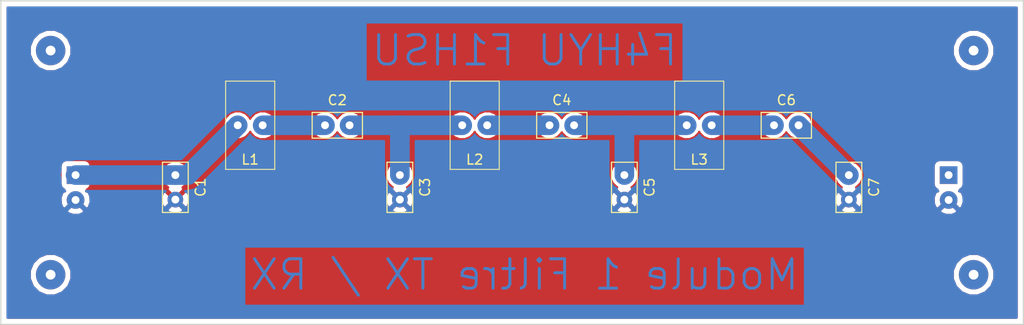
<source format=kicad_pcb>
(kicad_pcb (version 4) (host pcbnew 4.0.7)

  (general
    (links 16)
    (no_connects 1)
    (area 55.804999 48.184999 160.095001 81.355001)
    (thickness 1.6)
    (drawings 6)
    (tracks 14)
    (zones 0)
    (modules 16)
    (nets 9)
  )

  (page A4)
  (layers
    (0 F.Cu signal)
    (31 B.Cu signal)
    (32 B.Adhes user)
    (33 F.Adhes user)
    (34 B.Paste user)
    (35 F.Paste user)
    (36 B.SilkS user)
    (37 F.SilkS user)
    (38 B.Mask user)
    (39 F.Mask user)
    (40 Dwgs.User user)
    (41 Cmts.User user)
    (42 Eco1.User user)
    (43 Eco2.User user)
    (44 Edge.Cuts user)
    (45 Margin user)
    (46 B.CrtYd user)
    (47 F.CrtYd user)
    (48 B.Fab user)
    (49 F.Fab user)
  )

  (setup
    (last_trace_width 0.25)
    (user_trace_width 2)
    (trace_clearance 0.2)
    (zone_clearance 0.508)
    (zone_45_only no)
    (trace_min 0.2)
    (segment_width 0.2)
    (edge_width 0.15)
    (via_size 0.6)
    (via_drill 0.4)
    (via_min_size 0.4)
    (via_min_drill 0.3)
    (user_via 2.5 1)
    (uvia_size 0.3)
    (uvia_drill 0.1)
    (uvias_allowed no)
    (uvia_min_size 0.2)
    (uvia_min_drill 0.1)
    (pcb_text_width 0.3)
    (pcb_text_size 1.5 1.5)
    (mod_edge_width 0.15)
    (mod_text_size 1 1)
    (mod_text_width 0.15)
    (pad_size 1.524 1.524)
    (pad_drill 0.762)
    (pad_to_mask_clearance 0.2)
    (aux_axis_origin 0 0)
    (visible_elements 7FFFFFFF)
    (pcbplotparams
      (layerselection 0x01000_80000001)
      (usegerberextensions false)
      (excludeedgelayer true)
      (linewidth 0.100000)
      (plotframeref false)
      (viasonmask false)
      (mode 1)
      (useauxorigin false)
      (hpglpennumber 1)
      (hpglpenspeed 20)
      (hpglpendiameter 15)
      (hpglpenoverlay 2)
      (psnegative false)
      (psa4output false)
      (plotreference true)
      (plotvalue true)
      (plotinvisibletext false)
      (padsonsilk false)
      (subtractmaskfromsilk false)
      (outputformat 1)
      (mirror false)
      (drillshape 0)
      (scaleselection 1)
      (outputdirectory C:/Users/PORTABLE/Documents/GitProjets/Fablab19-Alex-BITX40-Projet/Kicad/Circuits-Imprimés/Module_1-Filtre_TX-RX-BITX40/Gerber/))
  )

  (net 0 "")
  (net 1 "Net-(C1-Pad1)")
  (net 2 GND)
  (net 3 "Net-(C2-Pad1)")
  (net 4 "Net-(C2-Pad2)")
  (net 5 "Net-(C4-Pad1)")
  (net 6 "Net-(C4-Pad2)")
  (net 7 "Net-(C6-Pad1)")
  (net 8 "Net-(C6-Pad2)")

  (net_class Default "Ceci est la Netclass par défaut"
    (clearance 0.2)
    (trace_width 0.25)
    (via_dia 0.6)
    (via_drill 0.4)
    (uvia_dia 0.3)
    (uvia_drill 0.1)
    (add_net GND)
    (add_net "Net-(C1-Pad1)")
    (add_net "Net-(C2-Pad1)")
    (add_net "Net-(C2-Pad2)")
    (add_net "Net-(C4-Pad1)")
    (add_net "Net-(C4-Pad2)")
    (add_net "Net-(C6-Pad1)")
    (add_net "Net-(C6-Pad2)")
  )

  (module Capacitors_THT:C_Disc_D5.0mm_W2.5mm_P2.50mm (layer F.Cu) (tedit 597BC7C2) (tstamp 5A800FE3)
    (at 73.66 66.04 270)
    (descr "C, Disc series, Radial, pin pitch=2.50mm, , diameter*width=5*2.5mm^2, Capacitor, http://cdn-reichelt.de/documents/datenblatt/B300/DS_KERKO_TC.pdf")
    (tags "C Disc series Radial pin pitch 2.50mm  diameter 5mm width 2.5mm Capacitor")
    (path /5A80051F)
    (fp_text reference C1 (at 1.25 -2.56 270) (layer F.SilkS)
      (effects (font (size 1 1) (thickness 0.15)))
    )
    (fp_text value 470pF (at 1.25 2.56 270) (layer F.Fab)
      (effects (font (size 1 1) (thickness 0.15)))
    )
    (fp_line (start -1.25 -1.25) (end -1.25 1.25) (layer F.Fab) (width 0.1))
    (fp_line (start -1.25 1.25) (end 3.75 1.25) (layer F.Fab) (width 0.1))
    (fp_line (start 3.75 1.25) (end 3.75 -1.25) (layer F.Fab) (width 0.1))
    (fp_line (start 3.75 -1.25) (end -1.25 -1.25) (layer F.Fab) (width 0.1))
    (fp_line (start -1.31 -1.31) (end 3.81 -1.31) (layer F.SilkS) (width 0.12))
    (fp_line (start -1.31 1.31) (end 3.81 1.31) (layer F.SilkS) (width 0.12))
    (fp_line (start -1.31 -1.31) (end -1.31 1.31) (layer F.SilkS) (width 0.12))
    (fp_line (start 3.81 -1.31) (end 3.81 1.31) (layer F.SilkS) (width 0.12))
    (fp_line (start -1.6 -1.6) (end -1.6 1.6) (layer F.CrtYd) (width 0.05))
    (fp_line (start -1.6 1.6) (end 4.1 1.6) (layer F.CrtYd) (width 0.05))
    (fp_line (start 4.1 1.6) (end 4.1 -1.6) (layer F.CrtYd) (width 0.05))
    (fp_line (start 4.1 -1.6) (end -1.6 -1.6) (layer F.CrtYd) (width 0.05))
    (fp_text user %R (at 1.25 0 270) (layer F.Fab)
      (effects (font (size 1 1) (thickness 0.15)))
    )
    (pad 1 thru_hole circle (at 0 0 270) (size 1.6 1.6) (drill 0.8) (layers *.Cu *.Mask)
      (net 1 "Net-(C1-Pad1)"))
    (pad 2 thru_hole circle (at 2.5 0 270) (size 1.6 1.6) (drill 0.8) (layers *.Cu *.Mask)
      (net 2 GND))
    (model ${KISYS3DMOD}/Capacitors_THT.3dshapes/C_Disc_D5.0mm_W2.5mm_P2.50mm.wrl
      (at (xyz 0 0 0))
      (scale (xyz 1 1 1))
      (rotate (xyz 0 0 0))
    )
  )

  (module Capacitors_THT:C_Disc_D5.0mm_W2.5mm_P2.50mm (layer F.Cu) (tedit 597BC7C2) (tstamp 5A800FE9)
    (at 88.9 60.96)
    (descr "C, Disc series, Radial, pin pitch=2.50mm, , diameter*width=5*2.5mm^2, Capacitor, http://cdn-reichelt.de/documents/datenblatt/B300/DS_KERKO_TC.pdf")
    (tags "C Disc series Radial pin pitch 2.50mm  diameter 5mm width 2.5mm Capacitor")
    (path /5A800685)
    (fp_text reference C2 (at 1.25 -2.56) (layer F.SilkS)
      (effects (font (size 1 1) (thickness 0.15)))
    )
    (fp_text value 100pF (at 1.25 2.56) (layer F.Fab)
      (effects (font (size 1 1) (thickness 0.15)))
    )
    (fp_line (start -1.25 -1.25) (end -1.25 1.25) (layer F.Fab) (width 0.1))
    (fp_line (start -1.25 1.25) (end 3.75 1.25) (layer F.Fab) (width 0.1))
    (fp_line (start 3.75 1.25) (end 3.75 -1.25) (layer F.Fab) (width 0.1))
    (fp_line (start 3.75 -1.25) (end -1.25 -1.25) (layer F.Fab) (width 0.1))
    (fp_line (start -1.31 -1.31) (end 3.81 -1.31) (layer F.SilkS) (width 0.12))
    (fp_line (start -1.31 1.31) (end 3.81 1.31) (layer F.SilkS) (width 0.12))
    (fp_line (start -1.31 -1.31) (end -1.31 1.31) (layer F.SilkS) (width 0.12))
    (fp_line (start 3.81 -1.31) (end 3.81 1.31) (layer F.SilkS) (width 0.12))
    (fp_line (start -1.6 -1.6) (end -1.6 1.6) (layer F.CrtYd) (width 0.05))
    (fp_line (start -1.6 1.6) (end 4.1 1.6) (layer F.CrtYd) (width 0.05))
    (fp_line (start 4.1 1.6) (end 4.1 -1.6) (layer F.CrtYd) (width 0.05))
    (fp_line (start 4.1 -1.6) (end -1.6 -1.6) (layer F.CrtYd) (width 0.05))
    (fp_text user %R (at 1.25 0) (layer F.Fab)
      (effects (font (size 1 1) (thickness 0.15)))
    )
    (pad 1 thru_hole circle (at 0 0) (size 1.6 1.6) (drill 0.8) (layers *.Cu *.Mask)
      (net 3 "Net-(C2-Pad1)"))
    (pad 2 thru_hole circle (at 2.5 0) (size 1.6 1.6) (drill 0.8) (layers *.Cu *.Mask)
      (net 4 "Net-(C2-Pad2)"))
    (model ${KISYS3DMOD}/Capacitors_THT.3dshapes/C_Disc_D5.0mm_W2.5mm_P2.50mm.wrl
      (at (xyz 0 0 0))
      (scale (xyz 1 1 1))
      (rotate (xyz 0 0 0))
    )
  )

  (module Capacitors_THT:C_Disc_D5.0mm_W2.5mm_P2.50mm (layer F.Cu) (tedit 597BC7C2) (tstamp 5A800FEF)
    (at 96.52 66.04 270)
    (descr "C, Disc series, Radial, pin pitch=2.50mm, , diameter*width=5*2.5mm^2, Capacitor, http://cdn-reichelt.de/documents/datenblatt/B300/DS_KERKO_TC.pdf")
    (tags "C Disc series Radial pin pitch 2.50mm  diameter 5mm width 2.5mm Capacitor")
    (path /5A8009C1)
    (fp_text reference C3 (at 1.25 -2.56 270) (layer F.SilkS)
      (effects (font (size 1 1) (thickness 0.15)))
    )
    (fp_text value 1nF (at 1.25 2.56 270) (layer F.Fab)
      (effects (font (size 1 1) (thickness 0.15)))
    )
    (fp_line (start -1.25 -1.25) (end -1.25 1.25) (layer F.Fab) (width 0.1))
    (fp_line (start -1.25 1.25) (end 3.75 1.25) (layer F.Fab) (width 0.1))
    (fp_line (start 3.75 1.25) (end 3.75 -1.25) (layer F.Fab) (width 0.1))
    (fp_line (start 3.75 -1.25) (end -1.25 -1.25) (layer F.Fab) (width 0.1))
    (fp_line (start -1.31 -1.31) (end 3.81 -1.31) (layer F.SilkS) (width 0.12))
    (fp_line (start -1.31 1.31) (end 3.81 1.31) (layer F.SilkS) (width 0.12))
    (fp_line (start -1.31 -1.31) (end -1.31 1.31) (layer F.SilkS) (width 0.12))
    (fp_line (start 3.81 -1.31) (end 3.81 1.31) (layer F.SilkS) (width 0.12))
    (fp_line (start -1.6 -1.6) (end -1.6 1.6) (layer F.CrtYd) (width 0.05))
    (fp_line (start -1.6 1.6) (end 4.1 1.6) (layer F.CrtYd) (width 0.05))
    (fp_line (start 4.1 1.6) (end 4.1 -1.6) (layer F.CrtYd) (width 0.05))
    (fp_line (start 4.1 -1.6) (end -1.6 -1.6) (layer F.CrtYd) (width 0.05))
    (fp_text user %R (at 1.25 0 270) (layer F.Fab)
      (effects (font (size 1 1) (thickness 0.15)))
    )
    (pad 1 thru_hole circle (at 0 0 270) (size 1.6 1.6) (drill 0.8) (layers *.Cu *.Mask)
      (net 4 "Net-(C2-Pad2)"))
    (pad 2 thru_hole circle (at 2.5 0 270) (size 1.6 1.6) (drill 0.8) (layers *.Cu *.Mask)
      (net 2 GND))
    (model ${KISYS3DMOD}/Capacitors_THT.3dshapes/C_Disc_D5.0mm_W2.5mm_P2.50mm.wrl
      (at (xyz 0 0 0))
      (scale (xyz 1 1 1))
      (rotate (xyz 0 0 0))
    )
  )

  (module Capacitors_THT:C_Disc_D5.0mm_W2.5mm_P2.50mm (layer F.Cu) (tedit 597BC7C2) (tstamp 5A800FF5)
    (at 111.76 60.96)
    (descr "C, Disc series, Radial, pin pitch=2.50mm, , diameter*width=5*2.5mm^2, Capacitor, http://cdn-reichelt.de/documents/datenblatt/B300/DS_KERKO_TC.pdf")
    (tags "C Disc series Radial pin pitch 2.50mm  diameter 5mm width 2.5mm Capacitor")
    (path /5A800838)
    (fp_text reference C4 (at 1.25 -2.56) (layer F.SilkS)
      (effects (font (size 1 1) (thickness 0.15)))
    )
    (fp_text value 100pF (at 1.25 2.56) (layer F.Fab)
      (effects (font (size 1 1) (thickness 0.15)))
    )
    (fp_line (start -1.25 -1.25) (end -1.25 1.25) (layer F.Fab) (width 0.1))
    (fp_line (start -1.25 1.25) (end 3.75 1.25) (layer F.Fab) (width 0.1))
    (fp_line (start 3.75 1.25) (end 3.75 -1.25) (layer F.Fab) (width 0.1))
    (fp_line (start 3.75 -1.25) (end -1.25 -1.25) (layer F.Fab) (width 0.1))
    (fp_line (start -1.31 -1.31) (end 3.81 -1.31) (layer F.SilkS) (width 0.12))
    (fp_line (start -1.31 1.31) (end 3.81 1.31) (layer F.SilkS) (width 0.12))
    (fp_line (start -1.31 -1.31) (end -1.31 1.31) (layer F.SilkS) (width 0.12))
    (fp_line (start 3.81 -1.31) (end 3.81 1.31) (layer F.SilkS) (width 0.12))
    (fp_line (start -1.6 -1.6) (end -1.6 1.6) (layer F.CrtYd) (width 0.05))
    (fp_line (start -1.6 1.6) (end 4.1 1.6) (layer F.CrtYd) (width 0.05))
    (fp_line (start 4.1 1.6) (end 4.1 -1.6) (layer F.CrtYd) (width 0.05))
    (fp_line (start 4.1 -1.6) (end -1.6 -1.6) (layer F.CrtYd) (width 0.05))
    (fp_text user %R (at 1.25 0) (layer F.Fab)
      (effects (font (size 1 1) (thickness 0.15)))
    )
    (pad 1 thru_hole circle (at 0 0) (size 1.6 1.6) (drill 0.8) (layers *.Cu *.Mask)
      (net 5 "Net-(C4-Pad1)"))
    (pad 2 thru_hole circle (at 2.5 0) (size 1.6 1.6) (drill 0.8) (layers *.Cu *.Mask)
      (net 6 "Net-(C4-Pad2)"))
    (model ${KISYS3DMOD}/Capacitors_THT.3dshapes/C_Disc_D5.0mm_W2.5mm_P2.50mm.wrl
      (at (xyz 0 0 0))
      (scale (xyz 1 1 1))
      (rotate (xyz 0 0 0))
    )
  )

  (module Capacitors_THT:C_Disc_D5.0mm_W2.5mm_P2.50mm (layer F.Cu) (tedit 597BC7C2) (tstamp 5A800FFB)
    (at 119.38 66.04 270)
    (descr "C, Disc series, Radial, pin pitch=2.50mm, , diameter*width=5*2.5mm^2, Capacitor, http://cdn-reichelt.de/documents/datenblatt/B300/DS_KERKO_TC.pdf")
    (tags "C Disc series Radial pin pitch 2.50mm  diameter 5mm width 2.5mm Capacitor")
    (path /5A800A20)
    (fp_text reference C5 (at 1.25 -2.56 270) (layer F.SilkS)
      (effects (font (size 1 1) (thickness 0.15)))
    )
    (fp_text value 1nF (at 1.25 2.56 270) (layer F.Fab)
      (effects (font (size 1 1) (thickness 0.15)))
    )
    (fp_line (start -1.25 -1.25) (end -1.25 1.25) (layer F.Fab) (width 0.1))
    (fp_line (start -1.25 1.25) (end 3.75 1.25) (layer F.Fab) (width 0.1))
    (fp_line (start 3.75 1.25) (end 3.75 -1.25) (layer F.Fab) (width 0.1))
    (fp_line (start 3.75 -1.25) (end -1.25 -1.25) (layer F.Fab) (width 0.1))
    (fp_line (start -1.31 -1.31) (end 3.81 -1.31) (layer F.SilkS) (width 0.12))
    (fp_line (start -1.31 1.31) (end 3.81 1.31) (layer F.SilkS) (width 0.12))
    (fp_line (start -1.31 -1.31) (end -1.31 1.31) (layer F.SilkS) (width 0.12))
    (fp_line (start 3.81 -1.31) (end 3.81 1.31) (layer F.SilkS) (width 0.12))
    (fp_line (start -1.6 -1.6) (end -1.6 1.6) (layer F.CrtYd) (width 0.05))
    (fp_line (start -1.6 1.6) (end 4.1 1.6) (layer F.CrtYd) (width 0.05))
    (fp_line (start 4.1 1.6) (end 4.1 -1.6) (layer F.CrtYd) (width 0.05))
    (fp_line (start 4.1 -1.6) (end -1.6 -1.6) (layer F.CrtYd) (width 0.05))
    (fp_text user %R (at 1.25 0 270) (layer F.Fab)
      (effects (font (size 1 1) (thickness 0.15)))
    )
    (pad 1 thru_hole circle (at 0 0 270) (size 1.6 1.6) (drill 0.8) (layers *.Cu *.Mask)
      (net 6 "Net-(C4-Pad2)"))
    (pad 2 thru_hole circle (at 2.5 0 270) (size 1.6 1.6) (drill 0.8) (layers *.Cu *.Mask)
      (net 2 GND))
    (model ${KISYS3DMOD}/Capacitors_THT.3dshapes/C_Disc_D5.0mm_W2.5mm_P2.50mm.wrl
      (at (xyz 0 0 0))
      (scale (xyz 1 1 1))
      (rotate (xyz 0 0 0))
    )
  )

  (module Capacitors_THT:C_Disc_D5.0mm_W2.5mm_P2.50mm (layer F.Cu) (tedit 597BC7C2) (tstamp 5A801001)
    (at 134.62 60.96)
    (descr "C, Disc series, Radial, pin pitch=2.50mm, , diameter*width=5*2.5mm^2, Capacitor, http://cdn-reichelt.de/documents/datenblatt/B300/DS_KERKO_TC.pdf")
    (tags "C Disc series Radial pin pitch 2.50mm  diameter 5mm width 2.5mm Capacitor")
    (path /5A80094D)
    (fp_text reference C6 (at 1.25 -2.56) (layer F.SilkS)
      (effects (font (size 1 1) (thickness 0.15)))
    )
    (fp_text value 100pF (at 1.25 2.56) (layer F.Fab)
      (effects (font (size 1 1) (thickness 0.15)))
    )
    (fp_line (start -1.25 -1.25) (end -1.25 1.25) (layer F.Fab) (width 0.1))
    (fp_line (start -1.25 1.25) (end 3.75 1.25) (layer F.Fab) (width 0.1))
    (fp_line (start 3.75 1.25) (end 3.75 -1.25) (layer F.Fab) (width 0.1))
    (fp_line (start 3.75 -1.25) (end -1.25 -1.25) (layer F.Fab) (width 0.1))
    (fp_line (start -1.31 -1.31) (end 3.81 -1.31) (layer F.SilkS) (width 0.12))
    (fp_line (start -1.31 1.31) (end 3.81 1.31) (layer F.SilkS) (width 0.12))
    (fp_line (start -1.31 -1.31) (end -1.31 1.31) (layer F.SilkS) (width 0.12))
    (fp_line (start 3.81 -1.31) (end 3.81 1.31) (layer F.SilkS) (width 0.12))
    (fp_line (start -1.6 -1.6) (end -1.6 1.6) (layer F.CrtYd) (width 0.05))
    (fp_line (start -1.6 1.6) (end 4.1 1.6) (layer F.CrtYd) (width 0.05))
    (fp_line (start 4.1 1.6) (end 4.1 -1.6) (layer F.CrtYd) (width 0.05))
    (fp_line (start 4.1 -1.6) (end -1.6 -1.6) (layer F.CrtYd) (width 0.05))
    (fp_text user %R (at 1.25 0) (layer F.Fab)
      (effects (font (size 1 1) (thickness 0.15)))
    )
    (pad 1 thru_hole circle (at 0 0) (size 1.6 1.6) (drill 0.8) (layers *.Cu *.Mask)
      (net 7 "Net-(C6-Pad1)"))
    (pad 2 thru_hole circle (at 2.5 0) (size 1.6 1.6) (drill 0.8) (layers *.Cu *.Mask)
      (net 8 "Net-(C6-Pad2)"))
    (model ${KISYS3DMOD}/Capacitors_THT.3dshapes/C_Disc_D5.0mm_W2.5mm_P2.50mm.wrl
      (at (xyz 0 0 0))
      (scale (xyz 1 1 1))
      (rotate (xyz 0 0 0))
    )
  )

  (module Capacitors_THT:C_Disc_D5.0mm_W2.5mm_P2.50mm (layer F.Cu) (tedit 597BC7C2) (tstamp 5A801007)
    (at 142.24 66.04 270)
    (descr "C, Disc series, Radial, pin pitch=2.50mm, , diameter*width=5*2.5mm^2, Capacitor, http://cdn-reichelt.de/documents/datenblatt/B300/DS_KERKO_TC.pdf")
    (tags "C Disc series Radial pin pitch 2.50mm  diameter 5mm width 2.5mm Capacitor")
    (path /5A800610)
    (fp_text reference C7 (at 1.25 -2.56 270) (layer F.SilkS)
      (effects (font (size 1 1) (thickness 0.15)))
    )
    (fp_text value 470pF (at 1.25 2.56 270) (layer F.Fab)
      (effects (font (size 1 1) (thickness 0.15)))
    )
    (fp_line (start -1.25 -1.25) (end -1.25 1.25) (layer F.Fab) (width 0.1))
    (fp_line (start -1.25 1.25) (end 3.75 1.25) (layer F.Fab) (width 0.1))
    (fp_line (start 3.75 1.25) (end 3.75 -1.25) (layer F.Fab) (width 0.1))
    (fp_line (start 3.75 -1.25) (end -1.25 -1.25) (layer F.Fab) (width 0.1))
    (fp_line (start -1.31 -1.31) (end 3.81 -1.31) (layer F.SilkS) (width 0.12))
    (fp_line (start -1.31 1.31) (end 3.81 1.31) (layer F.SilkS) (width 0.12))
    (fp_line (start -1.31 -1.31) (end -1.31 1.31) (layer F.SilkS) (width 0.12))
    (fp_line (start 3.81 -1.31) (end 3.81 1.31) (layer F.SilkS) (width 0.12))
    (fp_line (start -1.6 -1.6) (end -1.6 1.6) (layer F.CrtYd) (width 0.05))
    (fp_line (start -1.6 1.6) (end 4.1 1.6) (layer F.CrtYd) (width 0.05))
    (fp_line (start 4.1 1.6) (end 4.1 -1.6) (layer F.CrtYd) (width 0.05))
    (fp_line (start 4.1 -1.6) (end -1.6 -1.6) (layer F.CrtYd) (width 0.05))
    (fp_text user %R (at 1.25 0 270) (layer F.Fab)
      (effects (font (size 1 1) (thickness 0.15)))
    )
    (pad 1 thru_hole circle (at 0 0 270) (size 1.6 1.6) (drill 0.8) (layers *.Cu *.Mask)
      (net 8 "Net-(C6-Pad2)"))
    (pad 2 thru_hole circle (at 2.5 0 270) (size 1.6 1.6) (drill 0.8) (layers *.Cu *.Mask)
      (net 2 GND))
    (model ${KISYS3DMOD}/Capacitors_THT.3dshapes/C_Disc_D5.0mm_W2.5mm_P2.50mm.wrl
      (at (xyz 0 0 0))
      (scale (xyz 1 1 1))
      (rotate (xyz 0 0 0))
    )
  )

  (module Raccordement-Filaires:Connect-2pin (layer F.Cu) (tedit 5A7F5C6C) (tstamp 5A80100D)
    (at 63.5 66.04 270)
    (path /5A8003FC)
    (fp_text reference J1 (at 0 2.54 270) (layer F.SilkS) hide
      (effects (font (size 1 1) (thickness 0.15)))
    )
    (fp_text value Conn_Coaxial (at 0 -2.54 270) (layer F.Fab) hide
      (effects (font (size 1 1) (thickness 0.15)))
    )
    (pad 1 thru_hole rect (at 0 0 270) (size 1.8 1.8) (drill 0.8) (layers *.Cu *.Mask)
      (net 1 "Net-(C1-Pad1)"))
    (pad 2 thru_hole circle (at 2.54 0 270) (size 1.8 1.8) (drill 0.8) (layers *.Cu *.Mask)
      (net 2 GND))
  )

  (module Raccordement-Filaires:Connect-2pin (layer F.Cu) (tedit 5A7F5C6C) (tstamp 5A801013)
    (at 152.4 66.04 270)
    (path /5A800443)
    (fp_text reference J2 (at 0 2.54 270) (layer F.SilkS) hide
      (effects (font (size 1 1) (thickness 0.15)))
    )
    (fp_text value Conn_Coaxial (at 0 -2.54 270) (layer F.Fab) hide
      (effects (font (size 1 1) (thickness 0.15)))
    )
    (pad 1 thru_hole rect (at 0 0 270) (size 1.8 1.8) (drill 0.8) (layers *.Cu *.Mask)
      (net 8 "Net-(C6-Pad2)"))
    (pad 2 thru_hole circle (at 2.54 0 270) (size 1.8 1.8) (drill 0.8) (layers *.Cu *.Mask)
      (net 2 GND))
  )

  (module HF-Modules:Self_T30-6 (layer F.Cu) (tedit 5A800E26) (tstamp 5A80101D)
    (at 81.28 60.96 90)
    (path /5A8002A4)
    (fp_text reference L1 (at -3.5 0 180) (layer F.SilkS)
      (effects (font (size 1 1) (thickness 0.15)))
    )
    (fp_text value "6µH - 40 tr - T30-6" (at -3 -3.5 270) (layer F.Fab)
      (effects (font (size 1 1) (thickness 0.15)))
    )
    (fp_line (start -4.5 2.5) (end 4.5 2.5) (layer F.SilkS) (width 0.1))
    (fp_line (start -4.5 -2.5) (end 4.5 -2.5) (layer F.SilkS) (width 0.1))
    (fp_line (start -4.5 -2.5) (end -4.5 2.5) (layer F.SilkS) (width 0.1))
    (fp_line (start 4.5 -2.5) (end 4.5 2.5) (layer F.SilkS) (width 0.1))
    (pad 1 thru_hole circle (at 0 -1.27 90) (size 1.6 1.6) (drill 0.8) (layers *.Cu *.Mask)
      (net 1 "Net-(C1-Pad1)"))
    (pad 2 thru_hole circle (at 0 1.27 90) (size 1.6 1.6) (drill 0.8) (layers *.Cu *.Mask)
      (net 3 "Net-(C2-Pad1)"))
    (model C:/Users/PORTABLE/Documents/GitProjets/Fablab19-Alex-BITX40-Projet/Kicad/package3d/HF-Modules.3dshapes/Self-T30-6.wrl
      (at (xyz 0 0 0.18))
      (scale (xyz 0.4 0.4 0.4))
      (rotate (xyz 0 0 90))
    )
  )

  (module HF-Modules:Self_T30-6 (layer F.Cu) (tedit 5A800E26) (tstamp 5A801027)
    (at 104.14 60.96 90)
    (path /5A800381)
    (fp_text reference L2 (at -3.5 0 180) (layer F.SilkS)
      (effects (font (size 1 1) (thickness 0.15)))
    )
    (fp_text value "6µH - 40 tr - T30-6" (at -3 -3.5 270) (layer F.Fab)
      (effects (font (size 1 1) (thickness 0.15)))
    )
    (fp_line (start -4.5 2.5) (end 4.5 2.5) (layer F.SilkS) (width 0.1))
    (fp_line (start -4.5 -2.5) (end 4.5 -2.5) (layer F.SilkS) (width 0.1))
    (fp_line (start -4.5 -2.5) (end -4.5 2.5) (layer F.SilkS) (width 0.1))
    (fp_line (start 4.5 -2.5) (end 4.5 2.5) (layer F.SilkS) (width 0.1))
    (pad 1 thru_hole circle (at 0 -1.27 90) (size 1.6 1.6) (drill 0.8) (layers *.Cu *.Mask)
      (net 4 "Net-(C2-Pad2)"))
    (pad 2 thru_hole circle (at 0 1.27 90) (size 1.6 1.6) (drill 0.8) (layers *.Cu *.Mask)
      (net 5 "Net-(C4-Pad1)"))
    (model C:/Users/PORTABLE/Documents/GitProjets/Fablab19-Alex-BITX40-Projet/Kicad/package3d/HF-Modules.3dshapes/Self-T30-6.wrl
      (at (xyz 0 0 0.18))
      (scale (xyz 0.4 0.4 0.4))
      (rotate (xyz 0 0 90))
    )
  )

  (module HF-Modules:Self_T30-6 (layer F.Cu) (tedit 5A800E26) (tstamp 5A801031)
    (at 127 60.96 90)
    (path /5A8003BB)
    (fp_text reference L3 (at -3.5 0 180) (layer F.SilkS)
      (effects (font (size 1 1) (thickness 0.15)))
    )
    (fp_text value "6µH - 40 tr - T30-6" (at -3 -3.5 270) (layer F.Fab)
      (effects (font (size 1 1) (thickness 0.15)))
    )
    (fp_line (start -4.5 2.5) (end 4.5 2.5) (layer F.SilkS) (width 0.1))
    (fp_line (start -4.5 -2.5) (end 4.5 -2.5) (layer F.SilkS) (width 0.1))
    (fp_line (start -4.5 -2.5) (end -4.5 2.5) (layer F.SilkS) (width 0.1))
    (fp_line (start 4.5 -2.5) (end 4.5 2.5) (layer F.SilkS) (width 0.1))
    (pad 1 thru_hole circle (at 0 -1.27 90) (size 1.6 1.6) (drill 0.8) (layers *.Cu *.Mask)
      (net 6 "Net-(C4-Pad2)"))
    (pad 2 thru_hole circle (at 0 1.27 90) (size 1.6 1.6) (drill 0.8) (layers *.Cu *.Mask)
      (net 7 "Net-(C6-Pad1)"))
    (model C:/Users/PORTABLE/Documents/GitProjets/Fablab19-Alex-BITX40-Projet/Kicad/package3d/HF-Modules.3dshapes/Self-T30-6.wrl
      (at (xyz 0 0 0.18))
      (scale (xyz 0.4 0.4 0.4))
      (rotate (xyz 0 0 90))
    )
  )

  (module Visserie-Trous-Modules:M3-Hole (layer F.Cu) (tedit 5A7F5D47) (tstamp 5A801173)
    (at 60.96 53.34)
    (fp_text reference REF** (at 0 2.54) (layer F.SilkS) hide
      (effects (font (size 1 1) (thickness 0.15)))
    )
    (fp_text value M3-Hole (at 0.635 -2.54) (layer F.Fab) hide
      (effects (font (size 1 1) (thickness 0.15)))
    )
    (pad 1 thru_hole circle (at 0 0) (size 3 3) (drill 1) (layers *.Cu *.Mask))
  )

  (module Visserie-Trous-Modules:M3-Hole (layer F.Cu) (tedit 5A7F5D47) (tstamp 5A801175)
    (at 154.94 53.34)
    (fp_text reference REF** (at 0 2.54) (layer F.SilkS) hide
      (effects (font (size 1 1) (thickness 0.15)))
    )
    (fp_text value M3-Hole (at 0.635 -2.54) (layer F.Fab) hide
      (effects (font (size 1 1) (thickness 0.15)))
    )
    (pad 1 thru_hole circle (at 0 0) (size 3 3) (drill 1) (layers *.Cu *.Mask))
  )

  (module Visserie-Trous-Modules:M3-Hole (layer F.Cu) (tedit 5A7F5D47) (tstamp 5A801176)
    (at 154.94 76.2)
    (fp_text reference REF** (at 0 2.54) (layer F.SilkS) hide
      (effects (font (size 1 1) (thickness 0.15)))
    )
    (fp_text value M3-Hole (at 0.635 -2.54) (layer F.Fab) hide
      (effects (font (size 1 1) (thickness 0.15)))
    )
    (pad 1 thru_hole circle (at 0 0) (size 3 3) (drill 1) (layers *.Cu *.Mask))
  )

  (module Visserie-Trous-Modules:M3-Hole (layer F.Cu) (tedit 5A7F5D47) (tstamp 5A801177)
    (at 60.96 76.2)
    (fp_text reference REF** (at 0 2.54) (layer F.SilkS) hide
      (effects (font (size 1 1) (thickness 0.15)))
    )
    (fp_text value M3-Hole (at 0.635 -2.54) (layer F.Fab) hide
      (effects (font (size 1 1) (thickness 0.15)))
    )
    (pad 1 thru_hole circle (at 0 0) (size 3 3) (drill 1) (layers *.Cu *.Mask))
  )

  (gr_text "F4HYU F1HSU" (at 109.22 53.34) (layer B.Cu)
    (effects (font (size 3 3) (thickness 0.3)) (justify mirror))
  )
  (gr_text "Module 1 Filtre TX / RX" (at 109.22 76.2) (layer B.Cu)
    (effects (font (size 3 3) (thickness 0.3)) (justify mirror))
  )
  (gr_line (start 55.88 81.28) (end 55.88 48.26) (angle 90) (layer Edge.Cuts) (width 0.15))
  (gr_line (start 160.02 81.28) (end 55.88 81.28) (angle 90) (layer Edge.Cuts) (width 0.15))
  (gr_line (start 160.02 48.26) (end 160.02 81.28) (angle 90) (layer Edge.Cuts) (width 0.15))
  (gr_line (start 55.88 48.26) (end 160.02 48.26) (angle 90) (layer Edge.Cuts) (width 0.15))

  (segment (start 63.5 66.04) (end 73.66 66.04) (width 2) (layer B.Cu) (net 1))
  (segment (start 73.66 66.04) (end 74.93 66.04) (width 2) (layer B.Cu) (net 1))
  (segment (start 74.93 66.04) (end 80.01 60.96) (width 2) (layer B.Cu) (net 1) (tstamp 5A801165))
  (segment (start 82.55 60.96) (end 88.9 60.96) (width 2) (layer B.Cu) (net 3))
  (segment (start 96.52 66.04) (end 96.52 60.96) (width 2) (layer B.Cu) (net 4))
  (segment (start 91.4 60.96) (end 96.52 60.96) (width 2) (layer B.Cu) (net 4))
  (segment (start 96.52 60.96) (end 102.87 60.96) (width 2) (layer B.Cu) (net 4) (tstamp 5A80113F))
  (segment (start 105.41 60.96) (end 111.76 60.96) (width 2) (layer B.Cu) (net 5))
  (segment (start 119.38 66.04) (end 119.38 60.96) (width 2) (layer B.Cu) (net 6))
  (segment (start 114.26 60.96) (end 119.38 60.96) (width 2) (layer B.Cu) (net 6))
  (segment (start 119.38 60.96) (end 125.73 60.96) (width 2) (layer B.Cu) (net 6) (tstamp 5A801147))
  (segment (start 128.27 60.96) (end 134.62 60.96) (width 2) (layer B.Cu) (net 7))
  (segment (start 142.24 66.04) (end 142.2 66.04) (width 2) (layer B.Cu) (net 8))
  (segment (start 142.2 66.04) (end 137.12 60.96) (width 2) (layer B.Cu) (net 8) (tstamp 5A80114B))

  (zone (net 2) (net_name GND) (layer F.Cu) (tstamp 5A8011CF) (hatch edge 0.508)
    (connect_pads (clearance 0.508))
    (min_thickness 0.254)
    (fill yes (arc_segments 16) (thermal_gap 0.508) (thermal_bridge_width 0.508))
    (polygon
      (pts
        (xy 55.88 48.26) (xy 160.02 48.26) (xy 160.02 81.28) (xy 55.88 81.28)
      )
    )
    (filled_polygon
      (pts
        (xy 159.31 80.57) (xy 56.59 80.57) (xy 56.59 76.622815) (xy 58.82463 76.622815) (xy 59.14898 77.4078)
        (xy 59.749041 78.008909) (xy 60.533459 78.334628) (xy 61.382815 78.33537) (xy 62.1678 78.01102) (xy 62.768909 77.410959)
        (xy 63.094628 76.626541) (xy 63.094631 76.622815) (xy 152.80463 76.622815) (xy 153.12898 77.4078) (xy 153.729041 78.008909)
        (xy 154.513459 78.334628) (xy 155.362815 78.33537) (xy 156.1478 78.01102) (xy 156.748909 77.410959) (xy 157.074628 76.626541)
        (xy 157.07537 75.777185) (xy 156.75102 74.9922) (xy 156.150959 74.391091) (xy 155.366541 74.065372) (xy 154.517185 74.06463)
        (xy 153.7322 74.38898) (xy 153.131091 74.989041) (xy 152.805372 75.773459) (xy 152.80463 76.622815) (xy 63.094631 76.622815)
        (xy 63.09537 75.777185) (xy 62.77102 74.9922) (xy 62.170959 74.391091) (xy 61.386541 74.065372) (xy 60.537185 74.06463)
        (xy 59.7522 74.38898) (xy 59.151091 74.989041) (xy 58.825372 75.773459) (xy 58.82463 76.622815) (xy 56.59 76.622815)
        (xy 56.59 69.660159) (xy 62.599446 69.660159) (xy 62.685852 69.916643) (xy 63.259336 70.126458) (xy 63.86946 70.100839)
        (xy 64.314148 69.916643) (xy 64.400554 69.660159) (xy 64.28814 69.547745) (xy 72.831861 69.547745) (xy 72.905995 69.793864)
        (xy 73.443223 69.986965) (xy 74.013454 69.959778) (xy 74.414005 69.793864) (xy 74.488139 69.547745) (xy 95.691861 69.547745)
        (xy 95.765995 69.793864) (xy 96.303223 69.986965) (xy 96.873454 69.959778) (xy 97.274005 69.793864) (xy 97.348139 69.547745)
        (xy 118.551861 69.547745) (xy 118.625995 69.793864) (xy 119.163223 69.986965) (xy 119.733454 69.959778) (xy 120.134005 69.793864)
        (xy 120.208139 69.547745) (xy 141.411861 69.547745) (xy 141.485995 69.793864) (xy 142.023223 69.986965) (xy 142.593454 69.959778)
        (xy 142.994005 69.793864) (xy 143.034278 69.660159) (xy 151.499446 69.660159) (xy 151.585852 69.916643) (xy 152.159336 70.126458)
        (xy 152.76946 70.100839) (xy 153.214148 69.916643) (xy 153.300554 69.660159) (xy 152.4 68.759605) (xy 151.499446 69.660159)
        (xy 143.034278 69.660159) (xy 143.068139 69.547745) (xy 142.24 68.719605) (xy 141.411861 69.547745) (xy 120.208139 69.547745)
        (xy 119.38 68.719605) (xy 118.551861 69.547745) (xy 97.348139 69.547745) (xy 96.52 68.719605) (xy 95.691861 69.547745)
        (xy 74.488139 69.547745) (xy 73.66 68.719605) (xy 72.831861 69.547745) (xy 64.28814 69.547745) (xy 63.5 68.759605)
        (xy 62.599446 69.660159) (xy 56.59 69.660159) (xy 56.59 65.14) (xy 61.95256 65.14) (xy 61.95256 66.94)
        (xy 61.996838 67.175317) (xy 62.13591 67.391441) (xy 62.339574 67.530598) (xy 62.305282 67.56489) (xy 62.419839 67.679447)
        (xy 62.163357 67.765852) (xy 61.953542 68.339336) (xy 61.979161 68.94946) (xy 62.163357 69.394148) (xy 62.419841 69.480554)
        (xy 63.320395 68.58) (xy 63.306253 68.565858) (xy 63.485858 68.386253) (xy 63.5 68.400395) (xy 63.514143 68.386253)
        (xy 63.693748 68.565858) (xy 63.679605 68.58) (xy 64.580159 69.480554) (xy 64.836643 69.394148) (xy 65.046458 68.820664)
        (xy 65.025571 68.323223) (xy 72.213035 68.323223) (xy 72.240222 68.893454) (xy 72.406136 69.294005) (xy 72.652255 69.368139)
        (xy 73.480395 68.54) (xy 73.839605 68.54) (xy 74.667745 69.368139) (xy 74.913864 69.294005) (xy 75.106965 68.756777)
        (xy 75.086295 68.323223) (xy 95.073035 68.323223) (xy 95.100222 68.893454) (xy 95.266136 69.294005) (xy 95.512255 69.368139)
        (xy 96.340395 68.54) (xy 96.699605 68.54) (xy 97.527745 69.368139) (xy 97.773864 69.294005) (xy 97.966965 68.756777)
        (xy 97.946295 68.323223) (xy 117.933035 68.323223) (xy 117.960222 68.893454) (xy 118.126136 69.294005) (xy 118.372255 69.368139)
        (xy 119.200395 68.54) (xy 119.559605 68.54) (xy 120.387745 69.368139) (xy 120.633864 69.294005) (xy 120.826965 68.756777)
        (xy 120.806295 68.323223) (xy 140.793035 68.323223) (xy 140.820222 68.893454) (xy 140.986136 69.294005) (xy 141.232255 69.368139)
        (xy 142.060395 68.54) (xy 142.419605 68.54) (xy 143.247745 69.368139) (xy 143.493864 69.294005) (xy 143.686965 68.756777)
        (xy 143.659778 68.186546) (xy 143.493864 67.785995) (xy 143.247745 67.711861) (xy 142.419605 68.54) (xy 142.060395 68.54)
        (xy 141.232255 67.711861) (xy 140.986136 67.785995) (xy 140.793035 68.323223) (xy 120.806295 68.323223) (xy 120.799778 68.186546)
        (xy 120.633864 67.785995) (xy 120.387745 67.711861) (xy 119.559605 68.54) (xy 119.200395 68.54) (xy 118.372255 67.711861)
        (xy 118.126136 67.785995) (xy 117.933035 68.323223) (xy 97.946295 68.323223) (xy 97.939778 68.186546) (xy 97.773864 67.785995)
        (xy 97.527745 67.711861) (xy 96.699605 68.54) (xy 96.340395 68.54) (xy 95.512255 67.711861) (xy 95.266136 67.785995)
        (xy 95.073035 68.323223) (xy 75.086295 68.323223) (xy 75.079778 68.186546) (xy 74.913864 67.785995) (xy 74.667745 67.711861)
        (xy 73.839605 68.54) (xy 73.480395 68.54) (xy 72.652255 67.711861) (xy 72.406136 67.785995) (xy 72.213035 68.323223)
        (xy 65.025571 68.323223) (xy 65.020839 68.21054) (xy 64.836643 67.765852) (xy 64.580161 67.679447) (xy 64.694718 67.56489)
        (xy 64.65824 67.528412) (xy 64.851441 67.40409) (xy 64.996431 67.19189) (xy 65.04744 66.94) (xy 65.04744 66.324187)
        (xy 72.224752 66.324187) (xy 72.442757 66.8518) (xy 72.846077 67.255824) (xy 72.912544 67.283423) (xy 72.905995 67.286136)
        (xy 72.831861 67.532255) (xy 73.66 68.360395) (xy 74.488139 67.532255) (xy 74.414005 67.286136) (xy 74.407517 67.283804)
        (xy 74.4718 67.257243) (xy 74.875824 66.853923) (xy 75.09475 66.326691) (xy 75.094752 66.324187) (xy 95.084752 66.324187)
        (xy 95.302757 66.8518) (xy 95.706077 67.255824) (xy 95.772544 67.283423) (xy 95.765995 67.286136) (xy 95.691861 67.532255)
        (xy 96.52 68.360395) (xy 97.348139 67.532255) (xy 97.274005 67.286136) (xy 97.267517 67.283804) (xy 97.3318 67.257243)
        (xy 97.735824 66.853923) (xy 97.95475 66.326691) (xy 97.954752 66.324187) (xy 117.944752 66.324187) (xy 118.162757 66.8518)
        (xy 118.566077 67.255824) (xy 118.632544 67.283423) (xy 118.625995 67.286136) (xy 118.551861 67.532255) (xy 119.38 68.360395)
        (xy 120.208139 67.532255) (xy 120.134005 67.286136) (xy 120.127517 67.283804) (xy 120.1918 67.257243) (xy 120.595824 66.853923)
        (xy 120.81475 66.326691) (xy 120.814752 66.324187) (xy 140.804752 66.324187) (xy 141.022757 66.8518) (xy 141.426077 67.255824)
        (xy 141.492544 67.283423) (xy 141.485995 67.286136) (xy 141.411861 67.532255) (xy 142.24 68.360395) (xy 143.068139 67.532255)
        (xy 142.994005 67.286136) (xy 142.987517 67.283804) (xy 143.0518 67.257243) (xy 143.455824 66.853923) (xy 143.67475 66.326691)
        (xy 143.675248 65.755813) (xy 143.457243 65.2282) (xy 143.369197 65.14) (xy 150.85256 65.14) (xy 150.85256 66.94)
        (xy 150.896838 67.175317) (xy 151.03591 67.391441) (xy 151.239574 67.530598) (xy 151.205282 67.56489) (xy 151.319839 67.679447)
        (xy 151.063357 67.765852) (xy 150.853542 68.339336) (xy 150.879161 68.94946) (xy 151.063357 69.394148) (xy 151.319841 69.480554)
        (xy 152.220395 68.58) (xy 152.206253 68.565858) (xy 152.385858 68.386253) (xy 152.4 68.400395) (xy 152.414143 68.386253)
        (xy 152.593748 68.565858) (xy 152.579605 68.58) (xy 153.480159 69.480554) (xy 153.736643 69.394148) (xy 153.946458 68.820664)
        (xy 153.920839 68.21054) (xy 153.736643 67.765852) (xy 153.480161 67.679447) (xy 153.594718 67.56489) (xy 153.55824 67.528412)
        (xy 153.751441 67.40409) (xy 153.896431 67.19189) (xy 153.94744 66.94) (xy 153.94744 65.14) (xy 153.903162 64.904683)
        (xy 153.76409 64.688559) (xy 153.55189 64.543569) (xy 153.3 64.49256) (xy 151.5 64.49256) (xy 151.264683 64.536838)
        (xy 151.048559 64.67591) (xy 150.903569 64.88811) (xy 150.85256 65.14) (xy 143.369197 65.14) (xy 143.053923 64.824176)
        (xy 142.526691 64.60525) (xy 141.955813 64.604752) (xy 141.4282 64.822757) (xy 141.024176 65.226077) (xy 140.80525 65.753309)
        (xy 140.804752 66.324187) (xy 120.814752 66.324187) (xy 120.815248 65.755813) (xy 120.597243 65.2282) (xy 120.193923 64.824176)
        (xy 119.666691 64.60525) (xy 119.095813 64.604752) (xy 118.5682 64.822757) (xy 118.164176 65.226077) (xy 117.94525 65.753309)
        (xy 117.944752 66.324187) (xy 97.954752 66.324187) (xy 97.955248 65.755813) (xy 97.737243 65.2282) (xy 97.333923 64.824176)
        (xy 96.806691 64.60525) (xy 96.235813 64.604752) (xy 95.7082 64.822757) (xy 95.304176 65.226077) (xy 95.08525 65.753309)
        (xy 95.084752 66.324187) (xy 75.094752 66.324187) (xy 75.095248 65.755813) (xy 74.877243 65.2282) (xy 74.473923 64.824176)
        (xy 73.946691 64.60525) (xy 73.375813 64.604752) (xy 72.8482 64.822757) (xy 72.444176 65.226077) (xy 72.22525 65.753309)
        (xy 72.224752 66.324187) (xy 65.04744 66.324187) (xy 65.04744 65.14) (xy 65.003162 64.904683) (xy 64.86409 64.688559)
        (xy 64.65189 64.543569) (xy 64.4 64.49256) (xy 62.6 64.49256) (xy 62.364683 64.536838) (xy 62.148559 64.67591)
        (xy 62.003569 64.88811) (xy 61.95256 65.14) (xy 56.59 65.14) (xy 56.59 61.244187) (xy 78.574752 61.244187)
        (xy 78.792757 61.7718) (xy 79.196077 62.175824) (xy 79.723309 62.39475) (xy 80.294187 62.395248) (xy 80.8218 62.177243)
        (xy 81.225824 61.773923) (xy 81.279862 61.643785) (xy 81.332757 61.7718) (xy 81.736077 62.175824) (xy 82.263309 62.39475)
        (xy 82.834187 62.395248) (xy 83.3618 62.177243) (xy 83.765824 61.773923) (xy 83.98475 61.246691) (xy 83.984752 61.244187)
        (xy 87.464752 61.244187) (xy 87.682757 61.7718) (xy 88.086077 62.175824) (xy 88.613309 62.39475) (xy 89.184187 62.395248)
        (xy 89.7118 62.177243) (xy 90.115824 61.773923) (xy 90.149813 61.692069) (xy 90.182757 61.7718) (xy 90.586077 62.175824)
        (xy 91.113309 62.39475) (xy 91.684187 62.395248) (xy 92.2118 62.177243) (xy 92.615824 61.773923) (xy 92.83475 61.246691)
        (xy 92.834752 61.244187) (xy 101.434752 61.244187) (xy 101.652757 61.7718) (xy 102.056077 62.175824) (xy 102.583309 62.39475)
        (xy 103.154187 62.395248) (xy 103.6818 62.177243) (xy 104.085824 61.773923) (xy 104.139862 61.643785) (xy 104.192757 61.7718)
        (xy 104.596077 62.175824) (xy 105.123309 62.39475) (xy 105.694187 62.395248) (xy 106.2218 62.177243) (xy 106.625824 61.773923)
        (xy 106.84475 61.246691) (xy 106.844752 61.244187) (xy 110.324752 61.244187) (xy 110.542757 61.7718) (xy 110.946077 62.175824)
        (xy 111.473309 62.39475) (xy 112.044187 62.395248) (xy 112.5718 62.177243) (xy 112.975824 61.773923) (xy 113.009813 61.692069)
        (xy 113.042757 61.7718) (xy 113.446077 62.175824) (xy 113.973309 62.39475) (xy 114.544187 62.395248) (xy 115.0718 62.177243)
        (xy 115.475824 61.773923) (xy 115.69475 61.246691) (xy 115.694752 61.244187) (xy 124.294752 61.244187) (xy 124.512757 61.7718)
        (xy 124.916077 62.175824) (xy 125.443309 62.39475) (xy 126.014187 62.395248) (xy 126.5418 62.177243) (xy 126.945824 61.773923)
        (xy 126.999862 61.643785) (xy 127.052757 61.7718) (xy 127.456077 62.175824) (xy 127.983309 62.39475) (xy 128.554187 62.395248)
        (xy 129.0818 62.177243) (xy 129.485824 61.773923) (xy 129.70475 61.246691) (xy 129.704752 61.244187) (xy 133.184752 61.244187)
        (xy 133.402757 61.7718) (xy 133.806077 62.175824) (xy 134.333309 62.39475) (xy 134.904187 62.395248) (xy 135.4318 62.177243)
        (xy 135.835824 61.773923) (xy 135.869813 61.692069) (xy 135.902757 61.7718) (xy 136.306077 62.175824) (xy 136.833309 62.39475)
        (xy 137.404187 62.395248) (xy 137.9318 62.177243) (xy 138.335824 61.773923) (xy 138.55475 61.246691) (xy 138.555248 60.675813)
        (xy 138.337243 60.1482) (xy 137.933923 59.744176) (xy 137.406691 59.52525) (xy 136.835813 59.524752) (xy 136.3082 59.742757)
        (xy 135.904176 60.146077) (xy 135.870187 60.227931) (xy 135.837243 60.1482) (xy 135.433923 59.744176) (xy 134.906691 59.52525)
        (xy 134.335813 59.524752) (xy 133.8082 59.742757) (xy 133.404176 60.146077) (xy 133.18525 60.673309) (xy 133.184752 61.244187)
        (xy 129.704752 61.244187) (xy 129.705248 60.675813) (xy 129.487243 60.1482) (xy 129.083923 59.744176) (xy 128.556691 59.52525)
        (xy 127.985813 59.524752) (xy 127.4582 59.742757) (xy 127.054176 60.146077) (xy 127.000138 60.276215) (xy 126.947243 60.1482)
        (xy 126.543923 59.744176) (xy 126.016691 59.52525) (xy 125.445813 59.524752) (xy 124.9182 59.742757) (xy 124.514176 60.146077)
        (xy 124.29525 60.673309) (xy 124.294752 61.244187) (xy 115.694752 61.244187) (xy 115.695248 60.675813) (xy 115.477243 60.1482)
        (xy 115.073923 59.744176) (xy 114.546691 59.52525) (xy 113.975813 59.524752) (xy 113.4482 59.742757) (xy 113.044176 60.146077)
        (xy 113.010187 60.227931) (xy 112.977243 60.1482) (xy 112.573923 59.744176) (xy 112.046691 59.52525) (xy 111.475813 59.524752)
        (xy 110.9482 59.742757) (xy 110.544176 60.146077) (xy 110.32525 60.673309) (xy 110.324752 61.244187) (xy 106.844752 61.244187)
        (xy 106.845248 60.675813) (xy 106.627243 60.1482) (xy 106.223923 59.744176) (xy 105.696691 59.52525) (xy 105.125813 59.524752)
        (xy 104.5982 59.742757) (xy 104.194176 60.146077) (xy 104.140138 60.276215) (xy 104.087243 60.1482) (xy 103.683923 59.744176)
        (xy 103.156691 59.52525) (xy 102.585813 59.524752) (xy 102.0582 59.742757) (xy 101.654176 60.146077) (xy 101.43525 60.673309)
        (xy 101.434752 61.244187) (xy 92.834752 61.244187) (xy 92.835248 60.675813) (xy 92.617243 60.1482) (xy 92.213923 59.744176)
        (xy 91.686691 59.52525) (xy 91.115813 59.524752) (xy 90.5882 59.742757) (xy 90.184176 60.146077) (xy 90.150187 60.227931)
        (xy 90.117243 60.1482) (xy 89.713923 59.744176) (xy 89.186691 59.52525) (xy 88.615813 59.524752) (xy 88.0882 59.742757)
        (xy 87.684176 60.146077) (xy 87.46525 60.673309) (xy 87.464752 61.244187) (xy 83.984752 61.244187) (xy 83.985248 60.675813)
        (xy 83.767243 60.1482) (xy 83.363923 59.744176) (xy 82.836691 59.52525) (xy 82.265813 59.524752) (xy 81.7382 59.742757)
        (xy 81.334176 60.146077) (xy 81.280138 60.276215) (xy 81.227243 60.1482) (xy 80.823923 59.744176) (xy 80.296691 59.52525)
        (xy 79.725813 59.524752) (xy 79.1982 59.742757) (xy 78.794176 60.146077) (xy 78.57525 60.673309) (xy 78.574752 61.244187)
        (xy 56.59 61.244187) (xy 56.59 53.762815) (xy 58.82463 53.762815) (xy 59.14898 54.5478) (xy 59.749041 55.148909)
        (xy 60.533459 55.474628) (xy 61.382815 55.47537) (xy 62.1678 55.15102) (xy 62.768909 54.550959) (xy 63.094628 53.766541)
        (xy 63.094631 53.762815) (xy 152.80463 53.762815) (xy 153.12898 54.5478) (xy 153.729041 55.148909) (xy 154.513459 55.474628)
        (xy 155.362815 55.47537) (xy 156.1478 55.15102) (xy 156.748909 54.550959) (xy 157.074628 53.766541) (xy 157.07537 52.917185)
        (xy 156.75102 52.1322) (xy 156.150959 51.531091) (xy 155.366541 51.205372) (xy 154.517185 51.20463) (xy 153.7322 51.52898)
        (xy 153.131091 52.129041) (xy 152.805372 52.913459) (xy 152.80463 53.762815) (xy 63.094631 53.762815) (xy 63.09537 52.917185)
        (xy 62.77102 52.1322) (xy 62.170959 51.531091) (xy 61.386541 51.205372) (xy 60.537185 51.20463) (xy 59.7522 51.52898)
        (xy 59.151091 52.129041) (xy 58.825372 52.913459) (xy 58.82463 53.762815) (xy 56.59 53.762815) (xy 56.59 48.97)
        (xy 159.31 48.97)
      )
    )
  )
  (zone (net 2) (net_name GND) (layer B.Cu) (tstamp 5A8011DC) (hatch edge 0.508)
    (connect_pads (clearance 0.508))
    (min_thickness 0.254)
    (fill yes (arc_segments 16) (thermal_gap 0.508) (thermal_bridge_width 0.508))
    (polygon
      (pts
        (xy 55.88 48.26) (xy 160.02 48.26) (xy 160.02 81.28) (xy 55.88 81.28)
      )
    )
    (filled_polygon
      (pts
        (xy 159.31 80.57) (xy 56.59 80.57) (xy 56.59 76.622815) (xy 58.82463 76.622815) (xy 59.14898 77.4078)
        (xy 59.749041 78.008909) (xy 60.533459 78.334628) (xy 61.382815 78.33537) (xy 62.1678 78.01102) (xy 62.768909 77.410959)
        (xy 63.094628 76.626541) (xy 63.09537 75.777185) (xy 62.77102 74.9922) (xy 62.170959 74.391091) (xy 61.386541 74.065372)
        (xy 60.537185 74.06463) (xy 59.7522 74.38898) (xy 59.151091 74.989041) (xy 58.825372 75.773459) (xy 58.82463 76.622815)
        (xy 56.59 76.622815) (xy 56.59 73.315) (xy 80.656428 73.315) (xy 80.656428 79.385) (xy 137.783572 79.385)
        (xy 137.783572 76.622815) (xy 152.80463 76.622815) (xy 153.12898 77.4078) (xy 153.729041 78.008909) (xy 154.513459 78.334628)
        (xy 155.362815 78.33537) (xy 156.1478 78.01102) (xy 156.748909 77.410959) (xy 157.074628 76.626541) (xy 157.07537 75.777185)
        (xy 156.75102 74.9922) (xy 156.150959 74.391091) (xy 155.366541 74.065372) (xy 154.517185 74.06463) (xy 153.7322 74.38898)
        (xy 153.131091 74.989041) (xy 152.805372 75.773459) (xy 152.80463 76.622815) (xy 137.783572 76.622815) (xy 137.783572 73.315)
        (xy 80.656428 73.315) (xy 56.59 73.315) (xy 56.59 69.660159) (xy 62.599446 69.660159) (xy 62.685852 69.916643)
        (xy 63.259336 70.126458) (xy 63.86946 70.100839) (xy 64.314148 69.916643) (xy 64.400554 69.660159) (xy 64.28814 69.547745)
        (xy 72.831861 69.547745) (xy 72.905995 69.793864) (xy 73.443223 69.986965) (xy 74.013454 69.959778) (xy 74.414005 69.793864)
        (xy 74.488139 69.547745) (xy 95.691861 69.547745) (xy 95.765995 69.793864) (xy 96.303223 69.986965) (xy 96.873454 69.959778)
        (xy 97.274005 69.793864) (xy 97.348139 69.547745) (xy 118.551861 69.547745) (xy 118.625995 69.793864) (xy 119.163223 69.986965)
        (xy 119.733454 69.959778) (xy 120.134005 69.793864) (xy 120.208139 69.547745) (xy 141.411861 69.547745) (xy 141.485995 69.793864)
        (xy 142.023223 69.986965) (xy 142.593454 69.959778) (xy 142.994005 69.793864) (xy 143.034278 69.660159) (xy 151.499446 69.660159)
        (xy 151.585852 69.916643) (xy 152.159336 70.126458) (xy 152.76946 70.100839) (xy 153.214148 69.916643) (xy 153.300554 69.660159)
        (xy 152.4 68.759605) (xy 151.499446 69.660159) (xy 143.034278 69.660159) (xy 143.068139 69.547745) (xy 142.24 68.719605)
        (xy 141.411861 69.547745) (xy 120.208139 69.547745) (xy 119.38 68.719605) (xy 118.551861 69.547745) (xy 97.348139 69.547745)
        (xy 96.52 68.719605) (xy 95.691861 69.547745) (xy 74.488139 69.547745) (xy 73.66 68.719605) (xy 72.831861 69.547745)
        (xy 64.28814 69.547745) (xy 63.5 68.759605) (xy 62.599446 69.660159) (xy 56.59 69.660159) (xy 56.59 66.04)
        (xy 61.865 66.04) (xy 61.95256 66.480193) (xy 61.95256 66.94) (xy 61.996838 67.175317) (xy 62.13591 67.391441)
        (xy 62.339574 67.530598) (xy 62.305282 67.56489) (xy 62.419839 67.679447) (xy 62.163357 67.765852) (xy 61.953542 68.339336)
        (xy 61.979161 68.94946) (xy 62.163357 69.394148) (xy 62.419841 69.480554) (xy 63.320395 68.58) (xy 63.306253 68.565858)
        (xy 63.485858 68.386253) (xy 63.5 68.400395) (xy 63.514143 68.386253) (xy 63.693748 68.565858) (xy 63.679605 68.58)
        (xy 64.580159 69.480554) (xy 64.836643 69.394148) (xy 65.046458 68.820664) (xy 65.020839 68.21054) (xy 64.836643 67.765852)
        (xy 64.580161 67.679447) (xy 64.584608 67.675) (xy 72.615392 67.675) (xy 72.652253 67.711861) (xy 72.406136 67.785995)
        (xy 72.213035 68.323223) (xy 72.240222 68.893454) (xy 72.406136 69.294005) (xy 72.652255 69.368139) (xy 73.480395 68.54)
        (xy 73.466252 68.525858) (xy 73.645858 68.346252) (xy 73.66 68.360395) (xy 73.674142 68.346252) (xy 73.853748 68.525858)
        (xy 73.839605 68.54) (xy 74.667745 69.368139) (xy 74.913864 69.294005) (xy 75.106965 68.756777) (xy 75.086295 68.323223)
        (xy 95.073035 68.323223) (xy 95.100222 68.893454) (xy 95.266136 69.294005) (xy 95.512255 69.368139) (xy 96.340395 68.54)
        (xy 96.699605 68.54) (xy 97.527745 69.368139) (xy 97.773864 69.294005) (xy 97.966965 68.756777) (xy 97.946295 68.323223)
        (xy 117.933035 68.323223) (xy 117.960222 68.893454) (xy 118.126136 69.294005) (xy 118.372255 69.368139) (xy 119.200395 68.54)
        (xy 119.559605 68.54) (xy 120.387745 69.368139) (xy 120.633864 69.294005) (xy 120.826965 68.756777) (xy 120.806295 68.323223)
        (xy 140.793035 68.323223) (xy 140.820222 68.893454) (xy 140.986136 69.294005) (xy 141.232255 69.368139) (xy 142.060395 68.54)
        (xy 142.419605 68.54) (xy 143.247745 69.368139) (xy 143.493864 69.294005) (xy 143.686965 68.756777) (xy 143.659778 68.186546)
        (xy 143.493864 67.785995) (xy 143.247745 67.711861) (xy 142.419605 68.54) (xy 142.060395 68.54) (xy 141.232255 67.711861)
        (xy 140.986136 67.785995) (xy 140.793035 68.323223) (xy 120.806295 68.323223) (xy 120.799778 68.186546) (xy 120.633864 67.785995)
        (xy 120.387745 67.711861) (xy 119.559605 68.54) (xy 119.200395 68.54) (xy 118.372255 67.711861) (xy 118.126136 67.785995)
        (xy 117.933035 68.323223) (xy 97.946295 68.323223) (xy 97.939778 68.186546) (xy 97.773864 67.785995) (xy 97.527745 67.711861)
        (xy 96.699605 68.54) (xy 96.340395 68.54) (xy 95.512255 67.711861) (xy 95.266136 67.785995) (xy 95.073035 68.323223)
        (xy 75.086295 68.323223) (xy 75.079778 68.186546) (xy 74.913864 67.785995) (xy 74.667747 67.711861) (xy 74.704608 67.675)
        (xy 74.929995 67.675) (xy 74.93 67.675001) (xy 75.555688 67.550543) (xy 76.08612 67.19612) (xy 81.16612 62.11612)
        (xy 81.28 61.945686) (xy 81.39388 62.11612) (xy 81.924313 62.470543) (xy 82.55 62.595) (xy 88.9 62.595)
        (xy 89.525687 62.470543) (xy 90.05612 62.11612) (xy 90.15 61.975618) (xy 90.24388 62.11612) (xy 90.774313 62.470543)
        (xy 91.4 62.595) (xy 94.885 62.595) (xy 94.885 66.04) (xy 95.009457 66.665687) (xy 95.36388 67.19612)
        (xy 95.721195 67.434869) (xy 95.691861 67.532255) (xy 96.52 68.360395) (xy 97.348139 67.532255) (xy 97.318805 67.434869)
        (xy 97.67612 67.19612) (xy 98.030543 66.665687) (xy 98.155 66.04) (xy 98.155 62.595) (xy 102.87 62.595)
        (xy 103.495687 62.470543) (xy 104.02612 62.11612) (xy 104.14 61.945686) (xy 104.25388 62.11612) (xy 104.784313 62.470543)
        (xy 105.41 62.595) (xy 111.76 62.595) (xy 112.385687 62.470543) (xy 112.91612 62.11612) (xy 113.01 61.975618)
        (xy 113.10388 62.11612) (xy 113.634313 62.470543) (xy 114.26 62.595) (xy 117.745 62.595) (xy 117.745 66.04)
        (xy 117.869457 66.665687) (xy 118.22388 67.19612) (xy 118.581195 67.434869) (xy 118.551861 67.532255) (xy 119.38 68.360395)
        (xy 120.208139 67.532255) (xy 120.178805 67.434869) (xy 120.53612 67.19612) (xy 120.890543 66.665687) (xy 121.015 66.04)
        (xy 121.015 62.595) (xy 125.73 62.595) (xy 126.355687 62.470543) (xy 126.88612 62.11612) (xy 127 61.945686)
        (xy 127.11388 62.11612) (xy 127.644313 62.470543) (xy 128.27 62.595) (xy 134.62 62.595) (xy 135.245687 62.470543)
        (xy 135.77612 62.11612) (xy 135.87 61.975618) (xy 135.96388 62.11612) (xy 141.04388 67.19612) (xy 141.434493 67.457119)
        (xy 141.411861 67.532255) (xy 142.24 68.360395) (xy 143.068139 67.532255) (xy 143.038805 67.434869) (xy 143.39612 67.19612)
        (xy 143.750543 66.665687) (xy 143.875 66.04) (xy 143.750543 65.414313) (xy 143.567254 65.14) (xy 150.85256 65.14)
        (xy 150.85256 66.94) (xy 150.896838 67.175317) (xy 151.03591 67.391441) (xy 151.239574 67.530598) (xy 151.205282 67.56489)
        (xy 151.319839 67.679447) (xy 151.063357 67.765852) (xy 150.853542 68.339336) (xy 150.879161 68.94946) (xy 151.063357 69.394148)
        (xy 151.319841 69.480554) (xy 152.220395 68.58) (xy 152.206253 68.565858) (xy 152.385858 68.386253) (xy 152.4 68.400395)
        (xy 152.414143 68.386253) (xy 152.593748 68.565858) (xy 152.579605 68.58) (xy 153.480159 69.480554) (xy 153.736643 69.394148)
        (xy 153.946458 68.820664) (xy 153.920839 68.21054) (xy 153.736643 67.765852) (xy 153.480161 67.679447) (xy 153.594718 67.56489)
        (xy 153.55824 67.528412) (xy 153.751441 67.40409) (xy 153.896431 67.19189) (xy 153.94744 66.94) (xy 153.94744 65.14)
        (xy 153.903162 64.904683) (xy 153.76409 64.688559) (xy 153.55189 64.543569) (xy 153.3 64.49256) (xy 151.5 64.49256)
        (xy 151.264683 64.536838) (xy 151.048559 64.67591) (xy 150.903569 64.88811) (xy 150.85256 65.14) (xy 143.567254 65.14)
        (xy 143.39612 64.88388) (xy 143.275574 64.803334) (xy 138.27612 59.80388) (xy 137.745688 59.449457) (xy 137.12 59.324999)
        (xy 136.494312 59.449457) (xy 135.96388 59.80388) (xy 135.87 59.944382) (xy 135.77612 59.80388) (xy 135.245687 59.449457)
        (xy 134.62 59.325) (xy 128.27 59.325) (xy 127.644313 59.449457) (xy 127.11388 59.80388) (xy 127 59.974314)
        (xy 126.88612 59.80388) (xy 126.355687 59.449457) (xy 125.73 59.325) (xy 114.26 59.325) (xy 113.634313 59.449457)
        (xy 113.10388 59.80388) (xy 113.01 59.944382) (xy 112.91612 59.80388) (xy 112.385687 59.449457) (xy 111.76 59.325)
        (xy 105.41 59.325) (xy 104.784313 59.449457) (xy 104.25388 59.80388) (xy 104.14 59.974314) (xy 104.02612 59.80388)
        (xy 103.495687 59.449457) (xy 102.87 59.325) (xy 91.4 59.325) (xy 90.774313 59.449457) (xy 90.24388 59.80388)
        (xy 90.15 59.944382) (xy 90.05612 59.80388) (xy 89.525687 59.449457) (xy 88.9 59.325) (xy 82.55 59.325)
        (xy 81.924313 59.449457) (xy 81.39388 59.80388) (xy 81.28 59.974314) (xy 81.16612 59.80388) (xy 80.635688 59.449457)
        (xy 80.01 59.324999) (xy 79.384312 59.449457) (xy 78.85388 59.80388) (xy 74.25276 64.405) (xy 63.5 64.405)
        (xy 63.059807 64.49256) (xy 62.6 64.49256) (xy 62.364683 64.536838) (xy 62.148559 64.67591) (xy 62.003569 64.88811)
        (xy 61.95256 65.14) (xy 61.95256 65.599807) (xy 61.865 66.04) (xy 56.59 66.04) (xy 56.59 53.762815)
        (xy 58.82463 53.762815) (xy 59.14898 54.5478) (xy 59.749041 55.148909) (xy 60.533459 55.474628) (xy 61.382815 55.47537)
        (xy 62.1678 55.15102) (xy 62.768909 54.550959) (xy 63.094628 53.766541) (xy 63.09537 52.917185) (xy 62.77102 52.1322)
        (xy 62.170959 51.531091) (xy 61.386541 51.205372) (xy 60.537185 51.20463) (xy 59.7522 51.52898) (xy 59.151091 52.129041)
        (xy 58.825372 52.913459) (xy 58.82463 53.762815) (xy 56.59 53.762815) (xy 56.59 50.455) (xy 93.013571 50.455)
        (xy 93.013571 56.525) (xy 125.426429 56.525) (xy 125.426429 53.762815) (xy 152.80463 53.762815) (xy 153.12898 54.5478)
        (xy 153.729041 55.148909) (xy 154.513459 55.474628) (xy 155.362815 55.47537) (xy 156.1478 55.15102) (xy 156.748909 54.550959)
        (xy 157.074628 53.766541) (xy 157.07537 52.917185) (xy 156.75102 52.1322) (xy 156.150959 51.531091) (xy 155.366541 51.205372)
        (xy 154.517185 51.20463) (xy 153.7322 51.52898) (xy 153.131091 52.129041) (xy 152.805372 52.913459) (xy 152.80463 53.762815)
        (xy 125.426429 53.762815) (xy 125.426429 50.455) (xy 93.013571 50.455) (xy 56.59 50.455) (xy 56.59 48.97)
        (xy 159.31 48.97)
      )
    )
  )
)

</source>
